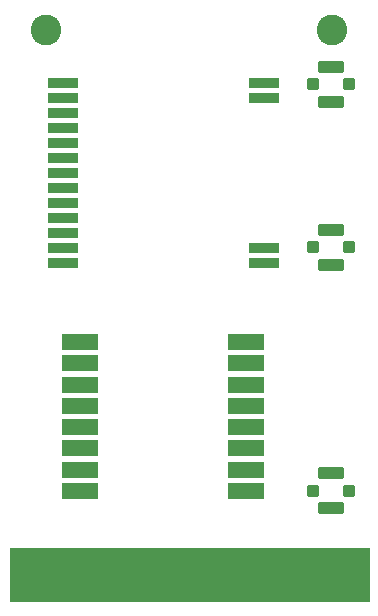
<source format=gbr>
%TF.GenerationSoftware,KiCad,Pcbnew,9.0.3*%
%TF.CreationDate,2025-08-29T17:45:50+02:00*%
%TF.ProjectId,RadioHAT_Card_Dorji,52616469-6f48-4415-945f-436172645f44,rev?*%
%TF.SameCoordinates,Original*%
%TF.FileFunction,Soldermask,Top*%
%TF.FilePolarity,Negative*%
%FSLAX46Y46*%
G04 Gerber Fmt 4.6, Leading zero omitted, Abs format (unit mm)*
G04 Created by KiCad (PCBNEW 9.0.3) date 2025-08-29 17:45:50*
%MOMM*%
%LPD*%
G01*
G04 APERTURE LIST*
G04 Aperture macros list*
%AMRoundRect*
0 Rectangle with rounded corners*
0 $1 Rounding radius*
0 $2 $3 $4 $5 $6 $7 $8 $9 X,Y pos of 4 corners*
0 Add a 4 corners polygon primitive as box body*
4,1,4,$2,$3,$4,$5,$6,$7,$8,$9,$2,$3,0*
0 Add four circle primitives for the rounded corners*
1,1,$1+$1,$2,$3*
1,1,$1+$1,$4,$5*
1,1,$1+$1,$6,$7*
1,1,$1+$1,$8,$9*
0 Add four rect primitives between the rounded corners*
20,1,$1+$1,$2,$3,$4,$5,0*
20,1,$1+$1,$4,$5,$6,$7,0*
20,1,$1+$1,$6,$7,$8,$9,0*
20,1,$1+$1,$8,$9,$2,$3,0*%
G04 Aperture macros list end*
%ADD10C,0.100000*%
%ADD11C,2.600000*%
%ADD12R,0.600000X2.300000*%
%ADD13RoundRect,0.100000X0.400000X-0.400000X0.400000X0.400000X-0.400000X0.400000X-0.400000X-0.400000X0*%
%ADD14RoundRect,0.105000X0.995000X-0.420000X0.995000X0.420000X-0.995000X0.420000X-0.995000X-0.420000X0*%
%ADD15RoundRect,0.070000X1.430000X0.630000X-1.430000X0.630000X-1.430000X-0.630000X1.430000X-0.630000X0*%
%ADD16RoundRect,0.045000X-1.255000X-0.405000X1.255000X-0.405000X1.255000X0.405000X-1.255000X0.405000X0*%
G04 APERTURE END LIST*
%TO.C,J1*%
D10*
X117600000Y-115800000D02*
X148000000Y-115800000D01*
X148000000Y-120300000D01*
X117600000Y-120300000D01*
X117600000Y-115800000D01*
G36*
X117600000Y-115800000D02*
G01*
X148000000Y-115800000D01*
X148000000Y-120300000D01*
X117600000Y-120300000D01*
X117600000Y-115800000D01*
G37*
%TD*%
D11*
%TO.C,J1*%
X120700000Y-71950000D03*
X144900000Y-71950000D03*
D12*
X121000000Y-118600000D03*
X121800000Y-118600000D03*
X122600000Y-118600000D03*
X123400000Y-118600000D03*
X124200000Y-118600000D03*
X125000000Y-118600000D03*
X125800000Y-118600000D03*
X126600000Y-118600000D03*
X130600000Y-118600000D03*
X131400000Y-118600000D03*
X132200000Y-118600000D03*
X133000000Y-118600000D03*
X133800000Y-118600000D03*
X134600000Y-118600000D03*
X135400000Y-118600000D03*
X136200000Y-118600000D03*
X137000000Y-118600000D03*
X137800000Y-118600000D03*
X138600000Y-118600000D03*
X139400000Y-118600000D03*
X140200000Y-118600000D03*
X141000000Y-118600000D03*
X141800000Y-118600000D03*
X142600000Y-118600000D03*
X143400000Y-118600000D03*
X144200000Y-118600000D03*
%TD*%
D13*
%TO.C,J4*%
X143300000Y-90387500D03*
D14*
X144800000Y-88912500D03*
D13*
X146300000Y-90387500D03*
D14*
X144800000Y-91862500D03*
%TD*%
D13*
%TO.C,J2*%
X143300000Y-111000000D03*
D14*
X144800000Y-109525000D03*
D13*
X146300000Y-111000000D03*
D14*
X144800000Y-112475000D03*
%TD*%
D15*
%TO.C,U1*%
X137600000Y-111000000D03*
X137600000Y-109200000D03*
X137600000Y-107400000D03*
X137600000Y-105600000D03*
X137600000Y-103800000D03*
X137600000Y-102000000D03*
X137600000Y-100200000D03*
X137600000Y-98400000D03*
X123600000Y-98400000D03*
X123600000Y-100200000D03*
X123600000Y-102000000D03*
X123600000Y-103800000D03*
X123600000Y-105600000D03*
X123600000Y-107400000D03*
X123600000Y-109200000D03*
X123600000Y-111000000D03*
%TD*%
D13*
%TO.C,J3*%
X143300000Y-76587500D03*
D14*
X144800000Y-75112500D03*
D13*
X146300000Y-76587500D03*
D14*
X144800000Y-78062500D03*
%TD*%
D16*
%TO.C,U2*%
X122125000Y-76500000D03*
X122125000Y-77770000D03*
X122125000Y-79040000D03*
X122125000Y-80310000D03*
X122125000Y-81580000D03*
X122125000Y-82850000D03*
X122125000Y-84120000D03*
X122125000Y-85390000D03*
X122125000Y-86660000D03*
X122125000Y-87930000D03*
X122125000Y-89200000D03*
X122125000Y-90470000D03*
X122125000Y-91740000D03*
X139125000Y-91740000D03*
X139125000Y-90470000D03*
X139125000Y-77770000D03*
X139125000Y-76500000D03*
%TD*%
M02*

</source>
